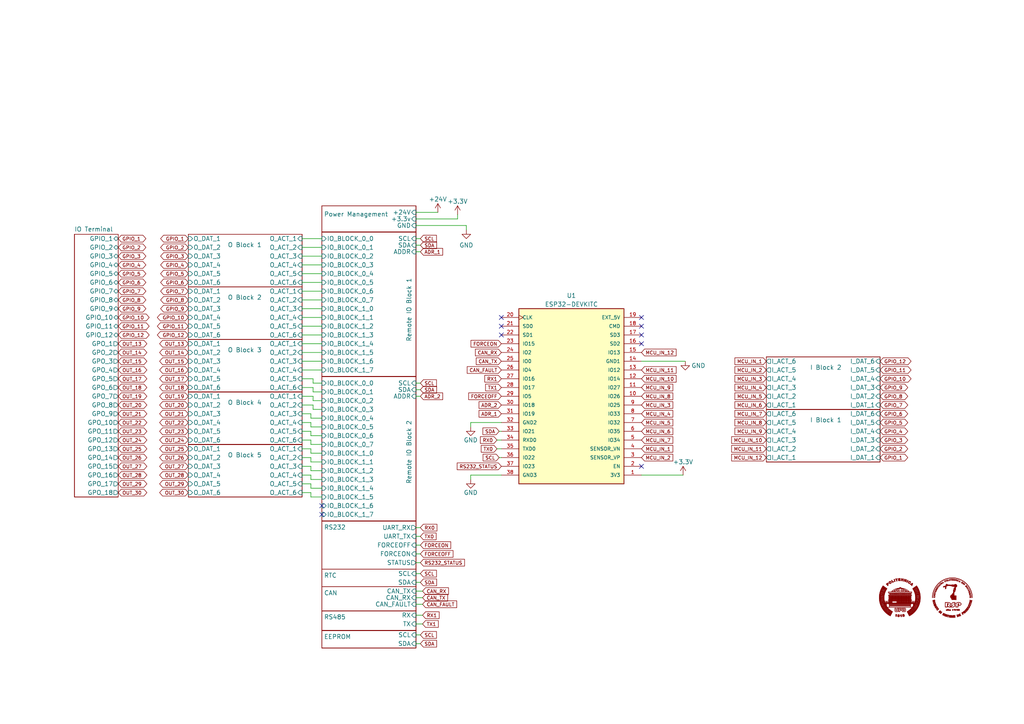
<source format=kicad_sch>
(kicad_sch (version 20230121) (generator eeschema)
  (paper "A4")
  (title_block (title "PLC CIM") (date "2023-04-23") (rev "1") (company "UPB - FIIR - Roboți și sisteme de producție") (comment 1 "Alexandru-Ioan Anastasiu"))
  (lib_symbols
    (symbol "ESP32-DEVKITC:ESP32-DEVKITC" (pin_names (offset 1.016))
      (property "Reference" "U" (at -15.2572 26.0643 0))
      (property "Value" "ESP32-DEVKITC" (at -15.2563 -27.9698 0))
      (symbol "ESP32-DEVKITC_0_0"
        (pin power_in line (at -20.32 22.86 0) (length 5.08) (name "3V3") (number "1"))
        (pin bidirectional line (at -20.32 0 0) (length 5.08) (name "IO26") (number "10"))
        (pin bidirectional line (at -20.32 -2.54 0) (length 5.08) (name "IO27") (number "11"))
        (pin bidirectional line (at -20.32 -5.08 0) (length 5.08) (name "IO14") (number "12"))
        (pin bidirectional line (at -20.32 -7.62 0) (length 5.08) (name "IO12") (number "13"))
        (pin power_in line (at -20.32 -10.16 0) (length 5.08) (name "GND1") (number "14"))
        (pin bidirectional line (at -20.32 -12.7 0) (length 5.08) (name "IO13") (number "15"))
        (pin bidirectional line (at -20.32 -15.24 0) (length 5.08) (name "SD2") (number "16"))
        (pin bidirectional line (at -20.32 -17.78 0) (length 5.08) (name "SD3") (number "17"))
        (pin bidirectional line (at -20.32 -20.32 0) (length 5.08) (name "CMD") (number "18"))
        (pin power_in line (at -20.32 -22.86 0) (length 5.08) (name "EXT_5V") (number "19"))
        (pin input line (at -20.32 20.32 0) (length 5.08) (name "EN") (number "2"))
        (pin input clock (at 20.32 -22.86 180) (length 5.08) (name "CLK") (number "20"))
        (pin bidirectional line (at 20.32 -20.32 180) (length 5.08) (name "SD0") (number "21"))
        (pin bidirectional line (at 20.32 -17.78 180) (length 5.08) (name "SD1") (number "22"))
        (pin bidirectional line (at 20.32 -15.24 180) (length 5.08) (name "IO15") (number "23"))
        (pin bidirectional line (at 20.32 -12.7 180) (length 5.08) (name "IO2") (number "24"))
        (pin bidirectional line (at 20.32 -10.16 180) (length 5.08) (name "IO0") (number "25"))
        (pin bidirectional line (at 20.32 -7.62 180) (length 5.08) (name "IO4") (number "26"))
        (pin bidirectional line (at 20.32 -5.08 180) (length 5.08) (name "IO16") (number "27"))
        (pin bidirectional line (at 20.32 -2.54 180) (length 5.08) (name "IO17") (number "28"))
        (pin bidirectional line (at 20.32 0 180) (length 5.08) (name "IO5") (number "29"))
        (pin input line (at -20.32 17.78 0) (length 5.08) (name "SENSOR_VP") (number "3"))
        (pin bidirectional line (at 20.32 2.54 180) (length 5.08) (name "IO18") (number "30"))
        (pin bidirectional line (at 20.32 5.08 180) (length 5.08) (name "IO19") (number "31"))
        (pin power_in line (at 20.32 7.62 180) (length 5.08) (name "GND2") (number "32"))
        (pin bidirectional line (at 20.32 10.16 180) (length 5.08) (name "IO21") (number "33"))
        (pin input line (at 20.32 12.7 180) (length 5.08) (name "RXD0") (number "34"))
        (pin output line (at 20.32 15.24 180) (length 5.08) (name "TXD0") (number "35"))
        (pin bidirectional line (at 20.32 17.78 180) (length 5.08) (name "IO22") (number "36"))
        (pin bidirectional line (at 20.32 20.32 180) (length 5.08) (name "IO23") (number "37"))
        (pin power_in line (at 20.32 22.86 180) (length 5.08) (name "GND3") (number "38"))
        (pin input line (at -20.32 15.24 0) (length 5.08) (name "SENSOR_VN") (number "4"))
        (pin bidirectional line (at -20.32 12.7 0) (length 5.08) (name "IO34") (number "5"))
        (pin bidirectional line (at -20.32 10.16 0) (length 5.08) (name "IO35") (number "6"))
        (pin bidirectional line (at -20.32 7.62 0) (length 5.08) (name "IO32") (number "7"))
        (pin bidirectional line (at -20.32 5.08 0) (length 5.08) (name "IO33") (number "8"))
        (pin bidirectional line (at -20.32 2.54 0) (length 5.08) (name "IO25") (number "9"))
      )
    )
    (symbol "logoRSP:LOGO" (pin_names (offset 1.016)))
    (symbol "logoUPB:LOGO" (pin_names (offset 1.016)))
    (symbol "power:+24V" (power) (pin_names (offset 0))
      (property "Value" "+24V" (at 0 3.556 0))
      (symbol "+24V_1_1"
        (pin power_in line (at 0 0 90) (length 0) hide (name "+24V") (number "1"))
      )
    )
    (symbol "power:+3.3V" (power) (pin_names (offset 0))
      (property "Value" "+3.3V" (at 0 3.556 0))
      (symbol "+3.3V_1_1"
        (pin power_in line (at 0 0 90) (length 0) hide (name "+3.3V") (number "1"))
      )
    )
    (symbol "power:GND" (power) (pin_names (offset 0))
      (property "Value" "GND" (at 0 -3.81 0))
      (symbol "GND_1_1"
        (pin power_in line (at 0 0 270) (length 0) hide (name "GND") (number "1"))
      )
    )
  )
  (no_connect (at 186.055 94.615))
  (no_connect (at 186.055 97.155))
  (no_connect (at 186.055 99.695))
  (no_connect (at 186.055 92.075))
  (no_connect (at 145.415 92.075))
  (no_connect (at 145.415 97.155))
  (no_connect (at 186.055 135.255))
  (no_connect (at 93.345 149.225))
  (no_connect (at 93.345 146.685))
  (no_connect (at 145.415 94.615))
  (wire (pts (xy 90.17 125.095) (xy 90.17 126.365)))
  (wire (pts (xy 87.63 86.995) (xy 93.345 86.995)))
  (wire (pts (xy 87.63 135.255) (xy 90.17 135.255)))
  (wire (pts (xy 120.65 73.025) (xy 121.92 73.025)))
  (wire (pts (xy 87.63 130.175) (xy 90.17 130.175)))
  (wire (pts (xy 120.65 71.12) (xy 121.92 71.12)))
  (wire (pts (xy 120.65 63.5) (xy 132.715 63.5)))
  (wire (pts (xy 87.63 107.315) (xy 93.345 107.315)))
  (wire (pts (xy 90.805 116.205) (xy 93.345 116.205)))
  (wire (pts (xy 120.65 153.035) (xy 121.92 153.035)))
  (wire (pts (xy 87.63 79.375) (xy 93.345 79.375)))
  (wire (pts (xy 87.63 122.555) (xy 90.17 122.555)))
  (wire (pts (xy 135.255 65.405) (xy 120.65 65.405)))
  (wire (pts (xy 120.65 171.45) (xy 122.555 171.45)))
  (wire (pts (xy 90.17 140.335) (xy 90.17 141.605)))
  (wire (pts (xy 87.63 114.935) (xy 90.805 114.935)))
  (wire (pts (xy 120.65 158.115) (xy 121.92 158.115)))
  (wire (pts (xy 90.17 120.015) (xy 90.17 121.285)))
  (wire (pts (xy 87.63 92.075) (xy 93.345 92.075)))
  (wire (pts (xy 120.65 173.355) (xy 122.555 173.355)))
  (wire (pts (xy 144.78 132.715) (xy 145.415 132.715)))
  (wire (pts (xy 90.17 132.715) (xy 90.17 133.985)))
  (wire (pts (xy 90.805 114.935) (xy 90.805 116.205)))
  (wire (pts (xy 90.17 135.255) (xy 90.17 136.525)))
  (wire (pts (xy 90.17 130.175) (xy 90.17 131.445)))
  (wire (pts (xy 90.805 113.665) (xy 93.345 113.665)))
  (wire (pts (xy 120.65 175.26) (xy 122.555 175.26)))
  (wire (pts (xy 90.17 127.635) (xy 90.17 128.905)))
  (wire (pts (xy 90.805 109.855) (xy 90.805 111.125)))
  (wire (pts (xy 90.805 111.125) (xy 93.345 111.125)))
  (wire (pts (xy 87.63 132.715) (xy 90.17 132.715)))
  (wire (pts (xy 87.63 69.215) (xy 93.345 69.215)))
  (wire (pts (xy 90.17 139.065) (xy 93.345 139.065)))
  (wire (pts (xy 120.65 69.215) (xy 121.92 69.215)))
  (wire (pts (xy 87.63 76.835) (xy 93.345 76.835)))
  (wire (pts (xy 90.805 112.395) (xy 90.805 113.665)))
  (wire (pts (xy 136.525 122.555) (xy 145.415 122.555)))
  (wire (pts (xy 186.055 137.795) (xy 198.12 137.795)))
  (wire (pts (xy 144.78 125.095) (xy 145.415 125.095)))
  (wire (pts (xy 90.17 126.365) (xy 93.345 126.365)))
  (wire (pts (xy 120.65 155.575) (xy 121.92 155.575)))
  (wire (pts (xy 87.63 140.335) (xy 90.17 140.335)))
  (wire (pts (xy 90.805 117.475) (xy 90.805 118.745)))
  (wire (pts (xy 87.63 97.155) (xy 93.345 97.155)))
  (wire (pts (xy 120.65 178.435) (xy 122.555 178.435)))
  (wire (pts (xy 90.17 137.795) (xy 90.17 139.065)))
  (wire (pts (xy 120.65 113.03) (xy 121.92 113.03)))
  (wire (pts (xy 135.255 66.675) (xy 135.255 65.405)))
  (wire (pts (xy 136.525 123.825) (xy 136.525 122.555)))
  (wire (pts (xy 87.63 104.775) (xy 93.345 104.775)))
  (wire (pts (xy 87.63 112.395) (xy 90.805 112.395)))
  (wire (pts (xy 120.65 166.37) (xy 121.92 166.37)))
  (wire (pts (xy 87.63 120.015) (xy 90.17 120.015)))
  (wire (pts (xy 90.17 141.605) (xy 93.345 141.605)))
  (wire (pts (xy 186.055 104.775) (xy 198.755 104.775)))
  (wire (pts (xy 90.805 118.745) (xy 93.345 118.745)))
  (wire (pts (xy 90.17 131.445) (xy 93.345 131.445)))
  (wire (pts (xy 120.65 114.935) (xy 121.92 114.935)))
  (wire (pts (xy 90.17 136.525) (xy 93.345 136.525)))
  (wire (pts (xy 87.63 125.095) (xy 90.17 125.095)))
  (wire (pts (xy 120.65 61.595) (xy 127 61.595)))
  (wire (pts (xy 90.17 128.905) (xy 93.345 128.905)))
  (wire (pts (xy 90.17 133.985) (xy 93.345 133.985)))
  (wire (pts (xy 90.17 123.825) (xy 93.345 123.825)))
  (wire (pts (xy 87.63 71.755) (xy 93.345 71.755)))
  (wire (pts (xy 87.63 109.855) (xy 90.805 109.855)))
  (wire (pts (xy 90.17 122.555) (xy 90.17 123.825)))
  (wire (pts (xy 136.525 137.795) (xy 145.415 137.795)))
  (wire (pts (xy 120.65 186.69) (xy 121.92 186.69)))
  (wire (pts (xy 144.145 130.175) (xy 145.415 130.175)))
  (wire (pts (xy 120.65 168.91) (xy 121.92 168.91)))
  (wire (pts (xy 87.63 99.695) (xy 93.345 99.695)))
  (wire (pts (xy 120.65 163.195) (xy 121.92 163.195)))
  (wire (pts (xy 132.715 63.5) (xy 132.715 62.23)))
  (wire (pts (xy 120.65 180.975) (xy 122.555 180.975)))
  (wire (pts (xy 87.63 89.535) (xy 93.345 89.535)))
  (wire (pts (xy 87.63 142.875) (xy 90.17 142.875)))
  (wire (pts (xy 87.63 74.295) (xy 93.345 74.295)))
  (wire (pts (xy 90.17 142.875) (xy 90.17 144.145)))
  (wire (pts (xy 87.63 117.475) (xy 90.805 117.475)))
  (wire (pts (xy 144.145 127.635) (xy 145.415 127.635)))
  (wire (pts (xy 87.63 81.915) (xy 93.345 81.915)))
  (wire (pts (xy 120.65 184.15) (xy 121.92 184.15)))
  (wire (pts (xy 90.17 144.145) (xy 93.345 144.145)))
  (wire (pts (xy 120.65 160.655) (xy 121.92 160.655)))
  (wire (pts (xy 87.63 84.455) (xy 93.345 84.455)))
  (wire (pts (xy 90.17 121.285) (xy 93.345 121.285)))
  (wire (pts (xy 87.63 127.635) (xy 90.17 127.635)))
  (wire (pts (xy 136.525 139.065) (xy 136.525 137.795)))
  (wire (pts (xy 87.63 94.615) (xy 93.345 94.615)))
  (wire (pts (xy 87.63 102.235) (xy 93.345 102.235)))
  (wire (pts (xy 87.63 137.795) (xy 90.17 137.795)))
  (wire (pts (xy 120.65 111.125) (xy 121.92 111.125)))
  (global_label "GPIO_3" (shape bidirectional) (at 255.27 127.635 0) (effects (font (size 1 1))) (property "Intersheetrefs" "${INTERSHEET_REFS}" (effects hide)))
  (global_label "GPIO_3" (shape bidirectional) (at 34.29 74.295 0) (effects (font (size 1 1))) (property "Intersheetrefs" "${INTERSHEET_REFS}" (effects hide)))
  (global_label "OUT_18" (shape bidirectional) (at 54.61 112.395 180) (effects (font (size 1 1))) (property "Intersheetrefs" "${INTERSHEET_REFS}" (effects hide)))
  (global_label "MCU_IN_4" (shape input) (at 222.25 112.395 180) (effects (font (size 1 1))) (property "Intersheetrefs" "${INTERSHEET_REFS}" (effects hide)))
  (global_label "RS232_STATUS" (shape input) (at 145.415 135.255 180) (effects (font (size 1 1))) (property "Intersheetrefs" "${INTERSHEET_REFS}" (effects hide)))
  (global_label "GPIO_1" (shape bidirectional) (at 34.29 69.215 0) (effects (font (size 1 1))) (property "Intersheetrefs" "${INTERSHEET_REFS}" (effects hide)))
  (global_label "SDA" (shape input) (at 121.92 186.69 0) (effects (font (size 1 1))) (property "Intersheetrefs" "${INTERSHEET_REFS}" (effects hide)))
  (global_label "MCU_IN_5" (shape input) (at 186.055 122.555 0) (effects (font (size 1 1))) (property "Intersheetrefs" "${INTERSHEET_REFS}" (effects hide)))
  (global_label "TX0" (shape input) (at 144.145 130.175 180) (effects (font (size 1 1))) (property "Intersheetrefs" "${INTERSHEET_REFS}" (effects hide)))
  (global_label "GPIO_5" (shape bidirectional) (at 255.27 122.555 0) (effects (font (size 1 1))) (property "Intersheetrefs" "${INTERSHEET_REFS}" (effects hide)))
  (global_label "GPIO_5" (shape bidirectional) (at 34.29 79.375 0) (effects (font (size 1 1))) (property "Intersheetrefs" "${INTERSHEET_REFS}" (effects hide)))
  (global_label "MCU_IN_1" (shape input) (at 222.25 104.775 180) (effects (font (size 1 1))) (property "Intersheetrefs" "${INTERSHEET_REFS}" (effects hide)))
  (global_label "MCU_IN_11" (shape input) (at 222.25 130.175 180) (effects (font (size 1 1))) (property "Intersheetrefs" "${INTERSHEET_REFS}" (effects hide)))
  (global_label "GPIO_12" (shape bidirectional) (at 54.61 97.155 180) (effects (font (size 1 1))) (property "Intersheetrefs" "${INTERSHEET_REFS}" (effects hide)))
  (global_label "GPIO_3" (shape bidirectional) (at 54.61 74.295 180) (effects (font (size 1 1))) (property "Intersheetrefs" "${INTERSHEET_REFS}" (effects hide)))
  (global_label "OUT_17" (shape bidirectional) (at 34.29 109.855 0) (effects (font (size 1 1))) (property "Intersheetrefs" "${INTERSHEET_REFS}" (effects hide)))
  (global_label "CAN_FAULT" (shape input) (at 145.415 107.315 180) (effects (font (size 1 1))) (property "Intersheetrefs" "${INTERSHEET_REFS}" (effects hide)))
  (global_label "GPIO_6" (shape bidirectional) (at 54.61 81.915 180) (effects (font (size 1 1))) (property "Intersheetrefs" "${INTERSHEET_REFS}" (effects hide)))
  (global_label "GPIO_9" (shape bidirectional) (at 54.61 89.535 180) (effects (font (size 1 1))) (property "Intersheetrefs" "${INTERSHEET_REFS}" (effects hide)))
  (global_label "GPIO_11" (shape bidirectional) (at 34.29 94.615 0) (effects (font (size 1 1))) (property "Intersheetrefs" "${INTERSHEET_REFS}" (effects hide)))
  (global_label "GPIO_9" (shape bidirectional) (at 255.27 112.395 0) (effects (font (size 1 1))) (property "Intersheetrefs" "${INTERSHEET_REFS}" (effects hide)))
  (global_label "FORCEON" (shape input) (at 121.92 158.115 0) (effects (font (size 1 1))) (property "Intersheetrefs" "${INTERSHEET_REFS}" (effects hide)))
  (global_label "MCU_IN_6" (shape input) (at 222.25 117.475 180) (effects (font (size 1 1))) (property "Intersheetrefs" "${INTERSHEET_REFS}" (effects hide)))
  (global_label "MCU_IN_2" (shape input) (at 222.25 107.315 180) (effects (font (size 1 1))) (property "Intersheetrefs" "${INTERSHEET_REFS}" (effects hide)))
  (global_label "RX1" (shape input) (at 122.555 178.435 0) (effects (font (size 1 1))) (property "Intersheetrefs" "${INTERSHEET_REFS}" (effects hide)))
  (global_label "MCU_IN_3" (shape input) (at 186.055 117.475 0) (effects (font (size 1 1))) (property "Intersheetrefs" "${INTERSHEET_REFS}" (effects hide)))
  (global_label "GPIO_1" (shape bidirectional) (at 54.61 69.215 180) (effects (font (size 1 1))) (property "Intersheetrefs" "${INTERSHEET_REFS}" (effects hide)))
  (global_label "CAN_TX" (shape input) (at 145.415 104.775 180) (effects (font (size 1 1))) (property "Intersheetrefs" "${INTERSHEET_REFS}" (effects hide)))
  (global_label "MCU_IN_12" (shape input) (at 186.055 102.235 0) (effects (font (size 1 1))) (property "Intersheetrefs" "${INTERSHEET_REFS}" (effects hide)))
  (global_label "GPIO_8" (shape bidirectional) (at 54.61 86.995 180) (effects (font (size 1 1))) (property "Intersheetrefs" "${INTERSHEET_REFS}" (effects hide)))
  (global_label "OUT_21" (shape bidirectional) (at 54.61 120.015 180) (effects (font (size 1 1))) (property "Intersheetrefs" "${INTERSHEET_REFS}" (effects hide)))
  (global_label "RX1" (shape input) (at 145.415 109.855 180) (effects (font (size 1 1))) (property "Intersheetrefs" "${INTERSHEET_REFS}" (effects hide)))
  (global_label "OUT_16" (shape bidirectional) (at 54.61 107.315 180) (effects (font (size 1 1))) (property "Intersheetrefs" "${INTERSHEET_REFS}" (effects hide)))
  (global_label "OUT_24" (shape bidirectional) (at 34.29 127.635 0) (effects (font (size 1 1))) (property "Intersheetrefs" "${INTERSHEET_REFS}" (effects hide)))
  (global_label "OUT_19" (shape bidirectional) (at 54.61 114.935 180) (effects (font (size 1 1))) (property "Intersheetrefs" "${INTERSHEET_REFS}" (effects hide)))
  (global_label "SDA" (shape input) (at 121.92 71.12 0) (effects (font (size 1 1))) (property "Intersheetrefs" "${INTERSHEET_REFS}" (effects hide)))
  (global_label "CAN_RX" (shape input) (at 122.555 171.45 0) (effects (font (size 1 1))) (property "Intersheetrefs" "${INTERSHEET_REFS}" (effects hide)))
  (global_label "CAN_RX" (shape input) (at 145.415 102.235 180) (effects (font (size 1 1))) (property "Intersheetrefs" "${INTERSHEET_REFS}" (effects hide)))
  (global_label "GPIO_7" (shape bidirectional) (at 34.29 84.455 0) (effects (font (size 1 1))) (property "Intersheetrefs" "${INTERSHEET_REFS}" (effects hide)))
  (global_label "GPIO_8" (shape bidirectional) (at 34.29 86.995 0) (effects (font (size 1 1))) (property "Intersheetrefs" "${INTERSHEET_REFS}" (effects hide)))
  (global_label "SCL" (shape input) (at 121.92 184.15 0) (effects (font (size 1 1))) (property "Intersheetrefs" "${INTERSHEET_REFS}" (effects hide)))
  (global_label "OUT_30" (shape bidirectional) (at 34.29 142.875 0) (effects (font (size 1 1))) (property "Intersheetrefs" "${INTERSHEET_REFS}" (effects hide)))
  (global_label "SCL" (shape input) (at 121.92 166.37 0) (effects (font (size 1 1))) (property "Intersheetrefs" "${INTERSHEET_REFS}" (effects hide)))
  (global_label "ADR_2" (shape input) (at 145.415 117.475 180) (effects (font (size 1 1))) (property "Intersheetrefs" "${INTERSHEET_REFS}" (effects hide)))
  (global_label "CAN_TX" (shape input) (at 122.555 173.355 0) (effects (font (size 1 1))) (property "Intersheetrefs" "${INTERSHEET_REFS}" (effects hide)))
  (global_label "FORCEOFF" (shape input) (at 145.415 114.935 180) (effects (font (size 1 1))) (property "Intersheetrefs" "${INTERSHEET_REFS}" (effects hide)))
  (global_label "MCU_IN_7" (shape input) (at 222.25 120.015 180) (effects (font (size 1 1))) (property "Intersheetrefs" "${INTERSHEET_REFS}" (effects hide)))
  (global_label "GPIO_9" (shape bidirectional) (at 34.29 89.535 0) (effects (font (size 1 1))) (property "Intersheetrefs" "${INTERSHEET_REFS}" (effects hide)))
  (global_label "OUT_25" (shape bidirectional) (at 54.61 130.175 180) (effects (font (size 1 1))) (property "Intersheetrefs" "${INTERSHEET_REFS}" (effects hide)))
  (global_label "MCU_IN_8" (shape input) (at 222.25 122.555 180) (effects (font (size 1 1))) (property "Intersheetrefs" "${INTERSHEET_REFS}" (effects hide)))
  (global_label "OUT_24" (shape bidirectional) (at 54.61 127.635 180) (effects (font (size 1 1))) (property "Intersheetrefs" "${INTERSHEET_REFS}" (effects hide)))
  (global_label "GPIO_2" (shape bidirectional) (at 255.27 130.175 0) (effects (font (size 1 1))) (property "Intersheetrefs" "${INTERSHEET_REFS}" (effects hide)))
  (global_label "OUT_15" (shape bidirectional) (at 34.29 104.775 0) (effects (font (size 1 1))) (property "Intersheetrefs" "${INTERSHEET_REFS}" (effects hide)))
  (global_label "GPIO_4" (shape bidirectional) (at 54.61 76.835 180) (effects (font (size 1 1))) (property "Intersheetrefs" "${INTERSHEET_REFS}" (effects hide)))
  (global_label "GPIO_10" (shape bidirectional) (at 255.27 109.855 0) (effects (font (size 1 1))) (property "Intersheetrefs" "${INTERSHEET_REFS}" (effects hide)))
  (global_label "MCU_IN_10" (shape input) (at 186.055 109.855 0) (effects (font (size 1 1))) (property "Intersheetrefs" "${INTERSHEET_REFS}" (effects hide)))
  (global_label "OUT_30" (shape bidirectional) (at 54.61 142.875 180) (effects (font (size 1 1))) (property "Intersheetrefs" "${INTERSHEET_REFS}" (effects hide)))
  (global_label "FORCEON" (shape input) (at 145.415 99.695 180) (effects (font (size 1 1))) (property "Intersheetrefs" "${INTERSHEET_REFS}" (effects hide)))
  (global_label "SDA" (shape input) (at 121.92 113.03 0) (effects (font (size 1 1))) (property "Intersheetrefs" "${INTERSHEET_REFS}" (effects hide)))
  (global_label "TX1" (shape input) (at 122.555 180.975 0) (effects (font (size 1 1))) (property "Intersheetrefs" "${INTERSHEET_REFS}" (effects hide)))
  (global_label "OUT_28" (shape bidirectional) (at 34.29 137.795 0) (effects (font (size 1 1))) (property "Intersheetrefs" "${INTERSHEET_REFS}" (effects hide)))
  (global_label "SDA" (shape input) (at 121.92 168.91 0) (effects (font (size 1 1))) (property "Intersheetrefs" "${INTERSHEET_REFS}" (effects hide)))
  (global_label "GPIO_2" (shape bidirectional) (at 34.29 71.755 0) (effects (font (size 1 1))) (property "Intersheetrefs" "${INTERSHEET_REFS}" (effects hide)))
  (global_label "ADR_2" (shape input) (at 121.92 114.935 0) (effects (font (size 1 1))) (property "Intersheetrefs" "${INTERSHEET_REFS}" (effects hide)))
  (global_label "GPIO_7" (shape bidirectional) (at 255.27 117.475 0) (effects (font (size 1 1))) (property "Intersheetrefs" "${INTERSHEET_REFS}" (effects hide)))
  (global_label "GPIO_10" (shape bidirectional) (at 34.29 92.075 0) (effects (font (size 1 1))) (property "Intersheetrefs" "${INTERSHEET_REFS}" (effects hide)))
  (global_label "MCU_IN_3" (shape input) (at 222.25 109.855 180) (effects (font (size 1 1))) (property "Intersheetrefs" "${INTERSHEET_REFS}" (effects hide)))
  (global_label "MCU_IN_4" (shape input) (at 186.055 120.015 0) (effects (font (size 1 1))) (property "Intersheetrefs" "${INTERSHEET_REFS}" (effects hide)))
  (global_label "GPIO_8" (shape bidirectional) (at 255.27 114.935 0) (effects (font (size 1 1))) (property "Intersheetrefs" "${INTERSHEET_REFS}" (effects hide)))
  (global_label "MCU_IN_11" (shape input) (at 186.055 107.315 0) (effects (font (size 1 1))) (property "Intersheetrefs" "${INTERSHEET_REFS}" (effects hide)))
  (global_label "MCU_IN_5" (shape input) (at 222.25 114.935 180) (effects (font (size 1 1))) (property "Intersheetrefs" "${INTERSHEET_REFS}" (effects hide)))
  (global_label "OUT_20" (shape bidirectional) (at 34.29 117.475 0) (effects (font (size 1 1))) (property "Intersheetrefs" "${INTERSHEET_REFS}" (effects hide)))
  (global_label "MCU_IN_12" (shape input) (at 222.25 132.715 180) (effects (font (size 1 1))) (property "Intersheetrefs" "${INTERSHEET_REFS}" (effects hide)))
  (global_label "OUT_22" (shape bidirectional) (at 34.29 122.555 0) (effects (font (size 1 1))) (property "Intersheetrefs" "${INTERSHEET_REFS}" (effects hide)))
  (global_label "GPIO_6" (shape bidirectional) (at 255.27 120.015 0) (effects (font (size 1 1))) (property "Intersheetrefs" "${INTERSHEET_REFS}" (effects hide)))
  (global_label "RX0" (shape input) (at 121.92 153.035 0) (effects (font (size 1 1))) (property "Intersheetrefs" "${INTERSHEET_REFS}" (effects hide)))
  (global_label "MCU_IN_1" (shape input) (at 186.055 130.175 0) (effects (font (size 1 1))) (property "Intersheetrefs" "${INTERSHEET_REFS}" (effects hide)))
  (global_label "OUT_20" (shape bidirectional) (at 54.61 117.475 180) (effects (font (size 1 1))) (property "Intersheetrefs" "${INTERSHEET_REFS}" (effects hide)))
  (global_label "OUT_13" (shape bidirectional) (at 34.29 99.695 0) (effects (font (size 1 1))) (property "Intersheetrefs" "${INTERSHEET_REFS}" (effects hide)))
  (global_label "OUT_26" (shape bidirectional) (at 34.29 132.715 0) (effects (font (size 1 1))) (property "Intersheetrefs" "${INTERSHEET_REFS}" (effects hide)))
  (global_label "OUT_28" (shape bidirectional) (at 54.61 137.795 180) (effects (font (size 1 1))) (property "Intersheetrefs" "${INTERSHEET_REFS}" (effects hide)))
  (global_label "OUT_29" (shape bidirectional) (at 34.29 140.335 0) (effects (font (size 1 1))) (property "Intersheetrefs" "${INTERSHEET_REFS}" (effects hide)))
  (global_label "RS232_STATUS" (shape input) (at 121.92 163.195 0) (effects (font (size 1 1))) (property "Intersheetrefs" "${INTERSHEET_REFS}" (effects hide)))
  (global_label "MCU_IN_8" (shape input) (at 186.055 114.935 0) (effects (font (size 1 1))) (property "Intersheetrefs" "${INTERSHEET_REFS}" (effects hide)))
  (global_label "MCU_IN_9" (shape input) (at 222.25 125.095 180) (effects (font (size 1 1))) (property "Intersheetrefs" "${INTERSHEET_REFS}" (effects hide)))
  (global_label "OUT_13" (shape bidirectional) (at 54.61 99.695 180) (effects (font (size 1 1))) (property "Intersheetrefs" "${INTERSHEET_REFS}" (effects hide)))
  (global_label "SCL" (shape input) (at 144.78 132.715 180) (effects (font (size 1 1))) (property "Intersheetrefs" "${INTERSHEET_REFS}" (effects hide)))
  (global_label "OUT_14" (shape bidirectional) (at 54.61 102.235 180) (effects (font (size 1 1))) (property "Intersheetrefs" "${INTERSHEET_REFS}" (effects hide)))
  (global_label "OUT_15" (shape bidirectional) (at 54.61 104.775 180) (effects (font (size 1 1))) (property "Intersheetrefs" "${INTERSHEET_REFS}" (effects hide)))
  (global_label "SDA" (shape input) (at 144.78 125.095 180) (effects (font (size 1 1))) (property "Intersheetrefs" "${INTERSHEET_REFS}" (effects hide)))
  (global_label "MCU_IN_6" (shape input) (at 186.055 125.095 0) (effects (font (size 1 1))) (property "Intersheetrefs" "${INTERSHEET_REFS}" (effects hide)))
  (global_label "GPIO_6" (shape bidirectional) (at 34.29 81.915 0) (effects (font (size 1 1))) (property "Intersheetrefs" "${INTERSHEET_REFS}" (effects hide)))
  (global_label "SCL" (shape input) (at 121.92 69.215 0) (effects (font (size 1 1))) (property "Intersheetrefs" "${INTERSHEET_REFS}" (effects hide)))
  (global_label "MCU_IN_2" (shape input) (at 186.055 132.715 0) (effects (font (size 1 1))) (property "Intersheetrefs" "${INTERSHEET_REFS}" (effects hide)))
  (global_label "RX0" (shape input) (at 144.145 127.635 180) (effects (font (size 1 1))) (property "Intersheetrefs" "${INTERSHEET_REFS}" (effects hide)))
  (global_label "OUT_29" (shape bidirectional) (at 54.61 140.335 180) (effects (font (size 1 1))) (property "Intersheetrefs" "${INTERSHEET_REFS}" (effects hide)))
  (global_label "ADR_1" (shape input) (at 121.92 73.025 0) (effects (font (size 1 1))) (property "Intersheetrefs" "${INTERSHEET_REFS}" (effects hide)))
  (global_label "GPIO_1" (shape bidirectional) (at 255.27 132.715 0) (effects (font (size 1 1))) (property "Intersheetrefs" "${INTERSHEET_REFS}" (effects hide)))
  (global_label "GPIO_5" (shape bidirectional) (at 54.61 79.375 180) (effects (font (size 1 1))) (property "Intersheetrefs" "${INTERSHEET_REFS}" (effects hide)))
  (global_label "OUT_18" (shape bidirectional) (at 34.29 112.395 0) (effects (font (size 1 1))) (property "Intersheetrefs" "${INTERSHEET_REFS}" (effects hide)))
  (global_label "GPIO_11" (shape bidirectional) (at 54.61 94.615 180) (effects (font (size 1 1))) (property "Intersheetrefs" "${INTERSHEET_REFS}" (effects hide)))
  (global_label "MCU_IN_10" (shape input) (at 222.25 127.635 180) (effects (font (size 1 1))) (property "Intersheetrefs" "${INTERSHEET_REFS}" (effects hide)))
  (global_label "GPIO_10" (shape bidirectional) (at 54.61 92.075 180) (effects (font (size 1 1))) (property "Intersheetrefs" "${INTERSHEET_REFS}" (effects hide)))
  (global_label "GPIO_12" (shape bidirectional) (at 34.29 97.155 0) (effects (font (size 1 1))) (property "Intersheetrefs" "${INTERSHEET_REFS}" (effects hide)))
  (global_label "OUT_23" (shape bidirectional) (at 34.29 125.095 0) (effects (font (size 1 1))) (property "Intersheetrefs" "${INTERSHEET_REFS}" (effects hide)))
  (global_label "TX0" (shape input) (at 121.92 155.575 0) (effects (font (size 1 1))) (property "Intersheetrefs" "${INTERSHEET_REFS}" (effects hide)))
  (global_label "SCL" (shape input) (at 121.92 111.125 0) (effects (font (size 1 1))) (property "Intersheetrefs" "${INTERSHEET_REFS}" (effects hide)))
  (global_label "OUT_27" (shape bidirectional) (at 34.29 135.255 0) (effects (font (size 1 1))) (property "Intersheetrefs" "${INTERSHEET_REFS}" (effects hide)))
  (global_label "OUT_25" (shape bidirectional) (at 34.29 130.175 0) (effects (font (size 1 1))) (property "Intersheetrefs" "${INTERSHEET_REFS}" (effects hide)))
  (global_label "GPIO_7" (shape bidirectional) (at 54.61 84.455 180) (effects (font (size 1 1))) (property "Intersheetrefs" "${INTERSHEET_REFS}" (effects hide)))
  (global_label "OUT_19" (shape bidirectional) (at 34.29 114.935 0) (effects (font (size 1 1))) (property "Intersheetrefs" "${INTERSHEET_REFS}" (effects hide)))
  (global_label "OUT_22" (shape bidirectional) (at 54.61 122.555 180) (effects (font (size 1 1))) (property "Intersheetrefs" "${INTERSHEET_REFS}" (effects hide)))
  (global_label "GPIO_12" (shape bidirectional) (at 255.27 104.775 0) (effects (font (size 1 1))) (property "Intersheetrefs" "${INTERSHEET_REFS}" (effects hide)))
  (global_label "GPIO_4" (shape bidirectional) (at 34.29 76.835 0) (effects (font (size 1 1))) (property "Intersheetrefs" "${INTERSHEET_REFS}" (effects hide)))
  (global_label "OUT_27" (shape bidirectional) (at 54.61 135.255 180) (effects (font (size 1 1))) (property "Intersheetrefs" "${INTERSHEET_REFS}" (effects hide)))
  (global_label "GPIO_2" (shape bidirectional) (at 54.61 71.755 180) (effects (font (size 1 1))) (property "Intersheetrefs" "${INTERSHEET_REFS}" (effects hide)))
  (global_label "GPIO_4" (shape bidirectional) (at 255.27 125.095 0) (effects (font (size 1 1))) (property "Intersheetrefs" "${INTERSHEET_REFS}" (effects hide)))
  (global_label "OUT_21" (shape bidirectional) (at 34.29 120.015 0) (effects (font (size 1 1))) (property "Intersheetrefs" "${INTERSHEET_REFS}" (effects hide)))
  (global_label "OUT_23" (shape bidirectional) (at 54.61 125.095 180) (effects (font (size 1 1))) (property "Intersheetrefs" "${INTERSHEET_REFS}" (effects hide)))
  (global_label "OUT_17" (shape bidirectional) (at 54.61 109.855 180) (effects (font (size 1 1))) (property "Intersheetrefs" "${INTERSHEET_REFS}" (effects hide)))
  (global_label "OUT_16" (shape bidirectional) (at 34.29 107.315 0) (effects (font (size 1 1))) (property "Intersheetrefs" "${INTERSHEET_REFS}" (effects hide)))
  (global_label "FORCEOFF" (shape input) (at 121.92 160.655 0) (effects (font (size 1 1))) (property "Intersheetrefs" "${INTERSHEET_REFS}" (effects hide)))
  (global_label "GPIO_11" (shape bidirectional) (at 255.27 107.315 0) (effects (font (size 1 1))) (property "Intersheetrefs" "${INTERSHEET_REFS}" (effects hide)))
  (global_label "OUT_26" (shape bidirectional) (at 54.61 132.715 180) (effects (font (size 1 1))) (property "Intersheetrefs" "${INTERSHEET_REFS}" (effects hide)))
  (global_label "CAN_FAULT" (shape input) (at 122.555 175.26 0) (effects (font (size 1 1))) (property "Intersheetrefs" "${INTERSHEET_REFS}" (effects hide)))
  (global_label "MCU_IN_9" (shape input) (at 186.055 112.395 0) (effects (font (size 1 1))) (property "Intersheetrefs" "${INTERSHEET_REFS}" (effects hide)))
  (global_label "OUT_14" (shape bidirectional) (at 34.29 102.235 0) (effects (font (size 1 1))) (property "Intersheetrefs" "${INTERSHEET_REFS}" (effects hide)))
  (global_label "TX1" (shape input) (at 145.415 112.395 180) (effects (font (size 1 1))) (property "Intersheetrefs" "${INTERSHEET_REFS}" (effects hide)))
  (global_label "ADR_1" (shape input) (at 145.415 120.015 180) (effects (font (size 1 1))) (property "Intersheetrefs" "${INTERSHEET_REFS}" (effects hide)))
  (global_label "MCU_IN_7" (shape input) (at 186.055 127.635 0) (effects (font (size 1 1))) (property "Intersheetrefs" "${INTERSHEET_REFS}" (effects hide)))
  (symbol (lib_id "power:GND") (at 135.255 66.675 0) (unit 1)
    (property "Reference" "#PWR088" (effects hide))
    (property "Value" "GND" (at 135.255 71.12 0))
  )
  (symbol (lib_id "power:+3.3V") (at 198.12 137.795 0) (unit 1)
    (property "Reference" "#PWR087" (effects hide))
    (property "Value" "+3.3V" (at 198.12 133.985 0))
  )
  (symbol (lib_id "power:GND") (at 198.755 104.775 0) (unit 1)
    (property "Reference" "#PWR073" (effects hide))
    (property "Value" "GND" (at 202.565 106.045 0))
  )
  (symbol (lib_id "ESP32-DEVKITC:ESP32-DEVKITC") (at 165.735 114.935 180) (unit 1)
    (property "Reference" "U1" (at 165.735 85.725 0))
    (property "Value" "ESP32-DEVKITC" (at 165.735 88.265 0))
    (property "Footprint" "SnapEDA Library:MODULE_ESP32-DEVKITC" (effects hide))
    (property "Datasheet" "https://docs.espressif.com/projects/esp-idf/en/latest/esp32/hw-reference/esp32/get-started-devkitc.html" (effects hide))
    (property "STANDARD" "Manufacturer Recommendations" (effects hide))
    (property "PARTREV" "N/A" (effects hide))
    (property "Manufacturer_Name" "Espressif" (effects hide))
    (property "Manufacturer_Part_Number" "ESP32-DevKitC V4" (effects hide))
    (property "Mouser Part Number" "356-ESP32-DEVKITC" (effects hide))
    (property "Mouser Price/Stock" "https://eu.mouser.com/ProductDetail/Espressif-Systems/ESP32-DevKitC?qs=chTDxNqvsyn3pn4VyZwnyQ%3D%3D" (effects hide))
  )
  (symbol (lib_id "power:GND") (at 136.525 139.065 0) (unit 1)
    (property "Reference" "#PWR079" (effects hide))
    (property "Value" "GND" (at 136.525 142.875 0))
  )
  (symbol (lib_id "power:GND") (at 136.525 123.825 0) (unit 1)
    (property "Reference" "#PWR080" (effects hide))
    (property "Value" "GND" (at 136.525 127.635 0))
  )
  (symbol (lib_id "power:+3.3V") (at 132.715 62.23 0) (unit 1)
    (property "Reference" "#PWR084" (effects hide))
    (property "Value" "+3.3V" (at 132.715 58.42 0))
  )
  (symbol (lib_id "logoUPB:LOGO") (at 260.985 173.355 0) (unit 1)
    (property "Reference" "#G2" (effects hide))
    (property "Value" "LOGO" (effects hide))
  )
  (symbol (lib_id "logoRSP:LOGO") (at 276.225 173.355 0) (unit 1)
    (property "Reference" "#G1" (effects hide))
    (property "Value" "LOGO" (effects hide))
  )
  (symbol (lib_id "power:+24V") (at 127 61.595 0) (unit 1)
    (property "Reference" "#PWR086" (effects hide))
    (property "Value" "+24V" (at 127 57.785 0))
  )
  (sheet (at 54.61 128.905) (size 33.02 15.24) (stroke (width 0.1524))
    (property "Sheetname" "O Block 5" (at 66.04 132.715 0) (effects (justify left bottom)))
    (property "Sheetfile" "Blocks/IO_Block_1.kicad_sch" (effects hide))
    (pin "O_DAT_2" input (at 54.61 132.715 180))
    (pin "O_ACT_1" input (at 87.63 130.175 0))
    (pin "O_DAT_3" input (at 54.61 135.255 180))
    (pin "O_DAT_1" input (at 54.61 130.175 180))
    (pin "O_ACT_3" input (at 87.63 135.255 0))
    (pin "O_ACT_2" input (at 87.63 132.715 0))
    (pin "O_DAT_6" input (at 54.61 142.875 180))
    (pin "O_ACT_5" input (at 87.63 140.335 0))
    (pin "O_ACT_4" input (at 87.63 137.795 0))
    (pin "O_ACT_6" input (at 87.63 142.875 0))
    (pin "O_DAT_5" input (at 54.61 140.335 180))
    (pin "O_DAT_4" input (at 54.61 137.795 180))
  )
  (sheet (at 93.345 151.13) (size 27.305 13.97) (stroke (width 0.1524))
    (property "Sheetname" "RS232" (at 93.98 153.67 0) (effects (justify left bottom)))
    (property "Sheetfile" "Blocks/RS232.kicad_sch" (effects hide))
    (pin "UART_TX" input (at 120.65 155.575 0))
    (pin "UART_RX" output (at 120.65 153.035 0))
    (pin "FORCEOFF" input (at 120.65 158.115 0))
    (pin "FORCEON" input (at 120.65 160.655 0))
    (pin "STATUS" output (at 120.65 163.195 0))
  )
  (sheet (at 54.61 113.665) (size 33.02 15.24) (stroke (width 0.1524))
    (property "Sheetname" "O Block 4" (at 66.04 117.475 0) (effects (justify left bottom)))
    (property "Sheetfile" "Blocks/IO_Block_1.kicad_sch" (effects hide))
    (pin "O_DAT_2" input (at 54.61 117.475 180))
    (pin "O_ACT_1" input (at 87.63 114.935 0))
    (pin "O_DAT_3" input (at 54.61 120.015 180))
    (pin "O_DAT_1" input (at 54.61 114.935 180))
    (pin "O_ACT_3" input (at 87.63 120.015 0))
    (pin "O_ACT_2" input (at 87.63 117.475 0))
    (pin "O_DAT_6" input (at 54.61 127.635 180))
    (pin "O_ACT_5" input (at 87.63 125.095 0))
    (pin "O_ACT_4" input (at 87.63 122.555 0))
    (pin "O_ACT_6" input (at 87.63 127.635 0))
    (pin "O_DAT_5" input (at 54.61 125.095 180))
    (pin "O_DAT_4" input (at 54.61 122.555 180))
  )
  (sheet (at 93.345 67.31) (size 27.305 41.91) (stroke (width 0.1524))
    (property "Sheetname" "Remote IO Block 1" (at 119.38 99.06 90) (effects (justify left bottom)))
    (property "Sheetfile" "Blocks/remoteIOBlock.kicad_sch" (effects hide))
    (pin "SDA" input (at 120.65 71.12 0))
    (pin "SCL" input (at 120.65 69.215 0))
    (pin "IO_BLOCK_1_6" input (at 93.345 104.775 180))
    (pin "IO_BLOCK_1_3" input (at 93.345 97.155 180))
    (pin "IO_BLOCK_1_7" input (at 93.345 107.315 180))
    (pin "IO_BLOCK_1_4" input (at 93.345 99.695 180))
    (pin "IO_BLOCK_1_5" input (at 93.345 102.235 180))
    (pin "ADDR" input (at 120.65 73.025 0))
    (pin "IO_BLOCK_1_0" input (at 93.345 89.535 180))
    (pin "IO_BLOCK_1_1" input (at 93.345 92.075 180))
    (pin "IO_BLOCK_1_2" input (at 93.345 94.615 180))
    (pin "IO_BLOCK_0_4" input (at 93.345 79.375 180))
    (pin "IO_BLOCK_0_5" input (at 93.345 81.915 180))
    (pin "IO_BLOCK_0_6" input (at 93.345 84.455 180))
    (pin "IO_BLOCK_0_7" input (at 93.345 86.995 180))
    (pin "IO_BLOCK_0_0" input (at 93.345 69.215 180))
    (pin "IO_BLOCK_0_1" input (at 93.345 71.755 180))
    (pin "IO_BLOCK_0_2" input (at 93.345 74.295 180))
    (pin "IO_BLOCK_0_3" input (at 93.345 76.835 180))
  )
  (sheet (at 54.61 98.425) (size 33.02 15.24) (stroke (width 0.1524))
    (property "Sheetname" "O Block 3" (at 66.04 102.235 0) (effects (justify left bottom)))
    (property "Sheetfile" "Blocks/IO_Block_1.kicad_sch" (effects hide))
    (pin "O_DAT_2" input (at 54.61 102.235 180))
    (pin "O_ACT_1" input (at 87.63 99.695 0))
    (pin "O_DAT_3" input (at 54.61 104.775 180))
    (pin "O_DAT_1" input (at 54.61 99.695 180))
    (pin "O_ACT_3" input (at 87.63 104.775 0))
    (pin "O_ACT_2" input (at 87.63 102.235 0))
    (pin "O_DAT_6" input (at 54.61 112.395 180))
    (pin "O_ACT_5" input (at 87.63 109.855 0))
    (pin "O_ACT_4" input (at 87.63 107.315 0))
    (pin "O_ACT_6" input (at 87.63 112.395 0))
    (pin "O_DAT_5" input (at 54.61 109.855 180))
    (pin "O_DAT_4" input (at 54.61 107.315 180))
  )
  (sheet (at 93.345 59.69) (size 27.305 7.62) (stroke (width 0.1524))
    (property "Sheetname" "Power Management" (at 93.98 62.865 0) (effects (justify left bottom)))
    (property "Sheetfile" "Blocks/PM.kicad_sch" (effects hide))
    (pin "+24V" input (at 120.65 61.595 0))
    (pin "GND" input (at 120.65 65.405 0))
    (pin "+3.3v" input (at 120.65 63.5 0))
  )
  (sheet (at 93.345 165.1) (size 27.305 5.08) (stroke (width 0.1524))
    (property "Sheetname" "RTC" (at 93.98 167.64 0) (effects (justify left bottom)))
    (property "Sheetfile" "Blocks/RTC.kicad_sch" (effects hide))
    (pin "SCL" input (at 120.65 166.37 0))
    (pin "SDA" input (at 120.65 168.91 0))
  )
  (sheet (at 93.345 177.165) (size 27.305 5.715) (stroke (width 0.1524))
    (property "Sheetname" "RS485" (at 93.98 179.705 0) (effects (justify left bottom)))
    (property "Sheetfile" "Blocks/RS485.kicad_sch" (effects hide))
    (pin "TX" input (at 120.65 180.975 0))
    (pin "RX" input (at 120.65 178.435 0))
  )
  (sheet (at 93.345 182.88) (size 27.305 5.08) (stroke (width 0.1524))
    (property "Sheetname" "EEPROM" (at 93.98 185.42 0) (effects (justify left bottom)))
    (property "Sheetfile" "Blocks/EEPROM.kicad_sch" (effects hide))
    (pin "SCL" input (at 120.65 184.15 0))
    (pin "SDA" input (at 120.65 186.69 0))
  )
  (sheet (at 93.345 170.18) (size 27.305 6.985) (stroke (width 0.1524))
    (property "Sheetname" "CAN" (at 93.98 172.72 0) (effects (justify left bottom)))
    (property "Sheetfile" "Blocks/CanXCIEVER.kicad_sch" (effects hide))
    (pin "CAN_TX" input (at 120.65 171.45 0))
    (pin "CAN_RX" input (at 120.65 173.355 0))
    (pin "CAN_FAULT" input (at 120.65 175.26 0))
  )
  (sheet (at 93.345 109.22) (size 27.305 41.91) (stroke (width 0.1524))
    (property "Sheetname" "Remote IO Block 2" (at 119.38 140.335 90) (effects (justify left bottom)))
    (property "Sheetfile" "Blocks/remoteIOBlock.kicad_sch" (effects hide))
    (pin "SDA" input (at 120.65 113.03 0))
    (pin "SCL" input (at 120.65 111.125 0))
    (pin "IO_BLOCK_1_6" input (at 93.345 146.685 180))
    (pin "IO_BLOCK_1_3" input (at 93.345 139.065 180))
    (pin "IO_BLOCK_1_7" input (at 93.345 149.225 180))
    (pin "IO_BLOCK_1_4" input (at 93.345 141.605 180))
    (pin "IO_BLOCK_1_5" input (at 93.345 144.145 180))
    (pin "ADDR" input (at 120.65 114.935 0))
    (pin "IO_BLOCK_1_0" input (at 93.345 131.445 180))
    (pin "IO_BLOCK_1_1" input (at 93.345 133.985 180))
    (pin "IO_BLOCK_1_2" input (at 93.345 136.525 180))
    (pin "IO_BLOCK_0_4" input (at 93.345 121.285 180))
    (pin "IO_BLOCK_0_5" input (at 93.345 123.825 180))
    (pin "IO_BLOCK_0_6" input (at 93.345 126.365 180))
    (pin "IO_BLOCK_0_7" input (at 93.345 128.905 180))
    (pin "IO_BLOCK_0_0" input (at 93.345 111.125 180))
    (pin "IO_BLOCK_0_1" input (at 93.345 113.665 180))
    (pin "IO_BLOCK_0_2" input (at 93.345 116.205 180))
    (pin "IO_BLOCK_0_3" input (at 93.345 118.745 180))
  )
  (sheet (at 222.25 118.745) (size 33.02 15.24) (stroke (width 0.1524))
    (property "Sheetname" "I Block 1" (at 234.95 122.555 0) (effects (justify left bottom)))
    (property "Sheetfile" "Blocks/I_Block.kicad_sch" (effects hide))
    (pin "I_DAT_5" input (at 255.27 122.555 0))
    (pin "I_DAT_6" input (at 255.27 120.015 0))
    (pin "I_DAT_3" input (at 255.27 127.635 0))
    (pin "I_DAT_4" input (at 255.27 125.095 0))
    (pin "I_DAT_1" input (at 255.27 132.715 0))
    (pin "I_DAT_2" input (at 255.27 130.175 0))
    (pin "I_ACT_1" output (at 222.25 132.715 180))
    (pin "I_ACT_4" output (at 222.25 125.095 180))
    (pin "I_ACT_5" output (at 222.25 122.555 180))
    (pin "I_ACT_6" output (at 222.25 120.015 180))
    (pin "I_ACT_2" output (at 222.25 130.175 180))
    (pin "I_ACT_3" output (at 222.25 127.635 180))
  )
  (sheet (at 54.61 83.185) (size 33.02 15.24) (stroke (width 0.1524))
    (property "Sheetname" "O Block 2" (at 66.04 86.995 0) (effects (justify left bottom)))
    (property "Sheetfile" "Blocks/IO_Block_1.kicad_sch" (effects hide))
    (pin "O_DAT_2" input (at 54.61 86.995 180))
    (pin "O_ACT_1" input (at 87.63 84.455 0))
    (pin "O_DAT_3" input (at 54.61 89.535 180))
    (pin "O_DAT_1" input (at 54.61 84.455 180))
    (pin "O_ACT_3" input (at 87.63 89.535 0))
    (pin "O_ACT_2" input (at 87.63 86.995 0))
    (pin "O_DAT_6" input (at 54.61 97.155 180))
    (pin "O_ACT_5" input (at 87.63 94.615 0))
    (pin "O_ACT_4" input (at 87.63 92.075 0))
    (pin "O_ACT_6" input (at 87.63 97.155 0))
    (pin "O_DAT_5" input (at 54.61 94.615 180))
    (pin "O_DAT_4" input (at 54.61 92.075 180))
  )
  (sheet (at 222.25 103.505) (size 33.02 15.24) (stroke (width 0.1524))
    (property "Sheetname" "I Block 2" (at 234.95 107.315 0) (effects (justify left bottom)))
    (property "Sheetfile" "Blocks/I_Block.kicad_sch" (effects hide))
    (pin "I_ACT_4" output (at 222.25 109.855 180))
    (pin "I_DAT_5" input (at 255.27 107.315 0))
    (pin "I_ACT_5" output (at 222.25 107.315 180))
    (pin "I_DAT_6" input (at 255.27 104.775 0))
    (pin "I_ACT_6" output (at 222.25 104.775 180))
    (pin "I_DAT_3" input (at 255.27 112.395 0))
    (pin "I_ACT_3" output (at 222.25 112.395 180))
    (pin "I_DAT_4" input (at 255.27 109.855 0))
    (pin "I_DAT_1" input (at 255.27 117.475 0))
    (pin "I_DAT_2" input (at 255.27 114.935 0))
    (pin "I_ACT_1" output (at 222.25 117.475 180))
    (pin "I_ACT_2" output (at 222.25 114.935 180))
  )
  (sheet (at 21.59 67.945) (size 12.7 76.2) (stroke (width 0.1524))
    (property "Sheetname" "IO Terminal" (at 21.59 67.2334 0) (effects (justify left bottom)))
    (property "Sheetfile" "Blocks/IO_Block.kicad_sch" (effects hide))
    (pin "GPIO_6" bidirectional (at 34.29 81.915 0))
    (pin "GPIO_9" bidirectional (at 34.29 89.535 0))
    (pin "GPIO_7" bidirectional (at 34.29 84.455 0))
    (pin "GPIO_8" bidirectional (at 34.29 86.995 0))
    (pin "GPIO_10" bidirectional (at 34.29 92.075 0))
    (pin "GPO_1" output (at 34.29 99.695 0))
    (pin "GPIO_11" bidirectional (at 34.29 94.615 0))
    (pin "GPIO_12" bidirectional (at 34.29 97.155 0))
    (pin "GPO_4" output (at 34.29 107.315 0))
    (pin "GPO_2" output (at 34.29 102.235 0))
    (pin "GPO_3" output (at 34.29 104.775 0))
    (pin "GPO_7" output (at 34.29 114.935 0))
    (pin "GPO_5" output (at 34.29 109.855 0))
    (pin "GPO_6" output (at 34.29 112.395 0))
    (pin "GPO_8" output (at 34.29 117.475 0))
    (pin "GPIO_4" bidirectional (at 34.29 76.835 0))
    (pin "GPIO_5" bidirectional (at 34.29 79.375 0))
    (pin "GPIO_1" bidirectional (at 34.29 69.215 0))
    (pin "GPIO_3" bidirectional (at 34.29 74.295 0))
    (pin "GPIO_2" bidirectional (at 34.29 71.755 0))
    (pin "GPO_12" output (at 34.29 127.635 0))
    (pin "GPO_13" output (at 34.29 130.175 0))
    (pin "GPO_14" output (at 34.29 132.715 0))
    (pin "GPO_15" output (at 34.29 135.255 0))
    (pin "GPO_16" output (at 34.29 137.795 0))
    (pin "GPO_11" output (at 34.29 125.095 0))
    (pin "GPO_10" output (at 34.29 122.555 0))
    (pin "GPO_17" output (at 34.29 140.335 0))
    (pin "GPO_9" output (at 34.29 120.015 0))
    (pin "GPO_18" output (at 34.29 142.875 0))
  )
  (sheet (at 54.61 67.945) (size 33.02 15.24) (stroke (width 0.1524))
    (property "Sheetname" "O Block 1" (at 66.04 71.755 0) (effects (justify left bottom)))
    (property "Sheetfile" "Blocks/IO_Block_1.kicad_sch" (effects hide))
    (pin "O_DAT_2" input (at 54.61 71.755 180))
    (pin "O_ACT_1" input (at 87.63 69.215 0))
    (pin "O_DAT_3" input (at 54.61 74.295 180))
    (pin "O_DAT_1" input (at 54.61 69.215 180))
    (pin "O_ACT_3" input (at 87.63 74.295 0))
    (pin "O_ACT_2" input (at 87.63 71.755 0))
    (pin "O_DAT_6" input (at 54.61 81.915 180))
    (pin "O_ACT_5" input (at 87.63 79.375 0))
    (pin "O_ACT_4" input (at 87.63 76.835 0))
    (pin "O_ACT_6" input (at 87.63 81.915 0))
    (pin "O_DAT_5" input (at 54.61 79.375 180))
    (pin "O_DAT_4" input (at 54.61 76.835 180))
  )
)
</source>
